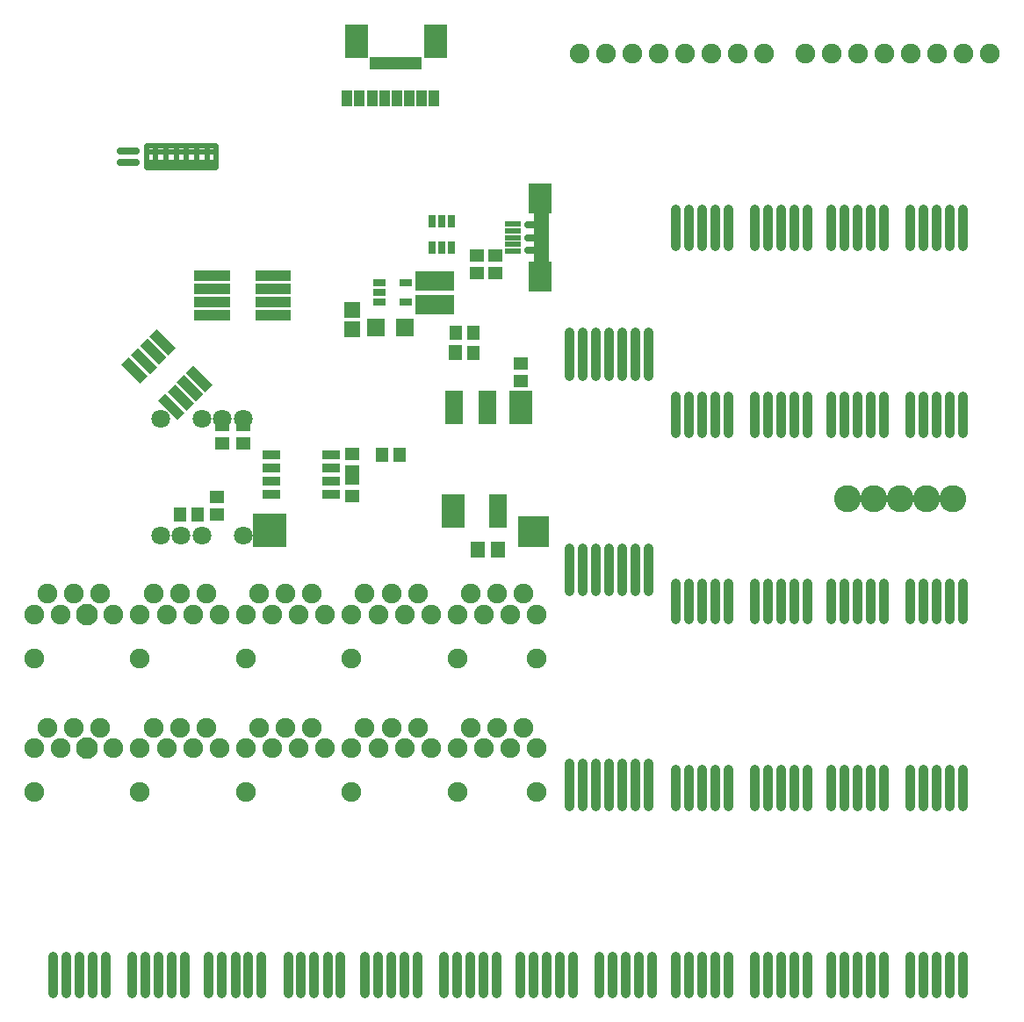
<source format=gbr>
%FSLAX34Y34*%
%MOMM*%
%LNSOLDERMASK_BOTTOM*%
G71*
G01*
%ADD10C, 1.900*%
%ADD11C, 2.100*%
%ADD12R, 1.190X0.800*%
%ADD13R, 3.700X1.900*%
%ADD14R, 1.800X1.800*%
%ADD15R, 1.600X1.500*%
%ADD16R, 1.800X0.870*%
%ADD17R, 1.400X1.300*%
%ADD18R, 1.300X1.400*%
%ADD19R, 1.550X0.600*%
%ADD20R, 2.200X2.950*%
%ADD21C, 1.450*%
%ADD22C, 0.700*%
%ADD23R, 2.600X1.000*%
%ADD24R, 0.500X1.200*%
%ADD25R, 3.500X1.000*%
%ADD26R, 2.500X1.000*%
%ADD27C, 0.950*%
%ADD28R, 0.800X1.190*%
%ADD29R, 1.700X3.200*%
%ADD30R, 2.200X3.200*%
%ADD31R, 1.000X1.600*%
%ADD32C, 0.500*%
%ADD33C, 1.800*%
%ADD34R, 1.400X1.500*%
%ADD35C, 2.600*%
%LPD*%
X33190Y351579D02*
G54D10*
D03*
X135190Y351579D02*
G54D10*
D03*
X237190Y351579D02*
G54D10*
D03*
X339190Y351579D02*
G54D10*
D03*
X441190Y351579D02*
G54D10*
D03*
X517690Y351579D02*
G54D10*
D03*
X33190Y393856D02*
G54D10*
D03*
X58690Y393854D02*
G54D10*
D03*
X84191Y393856D02*
G54D11*
D03*
X109690Y393854D02*
G54D10*
D03*
X135190Y393854D02*
G54D10*
D03*
X160690Y393854D02*
G54D10*
D03*
X186190Y393854D02*
G54D10*
D03*
X211690Y393854D02*
G54D10*
D03*
X237190Y393854D02*
G54D10*
D03*
X262690Y393854D02*
G54D10*
D03*
X288190Y393854D02*
G54D10*
D03*
X313690Y393854D02*
G54D10*
D03*
X339190Y393854D02*
G54D10*
D03*
X364690Y393854D02*
G54D10*
D03*
X390190Y393854D02*
G54D10*
D03*
X415690Y393854D02*
G54D10*
D03*
X441190Y393854D02*
G54D10*
D03*
X466690Y393854D02*
G54D10*
D03*
X492190Y393854D02*
G54D10*
D03*
X517690Y393854D02*
G54D10*
D03*
X45940Y413856D02*
G54D10*
D03*
X71440Y413856D02*
G54D10*
D03*
X96940Y413854D02*
G54D10*
D03*
X147940Y413854D02*
G54D10*
D03*
X173440Y413854D02*
G54D10*
D03*
X198940Y413854D02*
G54D10*
D03*
X249940Y413854D02*
G54D10*
D03*
X275440Y413854D02*
G54D10*
D03*
X300940Y413854D02*
G54D10*
D03*
X351940Y413854D02*
G54D10*
D03*
X377440Y413854D02*
G54D10*
D03*
X402940Y413854D02*
G54D10*
D03*
X453940Y413854D02*
G54D10*
D03*
X479440Y413854D02*
G54D10*
D03*
X504940Y413854D02*
G54D10*
D03*
X365532Y695130D02*
G54D12*
D03*
X365534Y704535D02*
G54D12*
D03*
X365532Y714130D02*
G54D12*
D03*
X391431Y714130D02*
G54D12*
D03*
X391432Y695130D02*
G54D12*
D03*
X419603Y692662D02*
G54D13*
D03*
X419603Y715662D02*
G54D13*
D03*
X390671Y670333D02*
G54D14*
D03*
X362671Y670333D02*
G54D14*
D03*
X339758Y668825D02*
G54D15*
D03*
X339760Y687830D02*
G54D15*
D03*
G36*
X499734Y458877D02*
X499734Y488877D01*
X529734Y488877D01*
X529734Y458877D01*
X499734Y458877D01*
G37*
G36*
X275900Y490829D02*
X275900Y458829D01*
X243900Y458829D01*
X243900Y490829D01*
X275900Y490829D01*
G37*
X318988Y548173D02*
G54D16*
D03*
X318988Y535473D02*
G54D16*
D03*
X318988Y522772D02*
G54D16*
D03*
X318987Y510072D02*
G54D16*
D03*
X261988Y510072D02*
G54D16*
D03*
X261988Y522772D02*
G54D16*
D03*
X261988Y535472D02*
G54D16*
D03*
X261988Y548172D02*
G54D16*
D03*
X339456Y524757D02*
G54D17*
D03*
X339456Y507757D02*
G54D17*
D03*
X339456Y548901D02*
G54D17*
D03*
X339456Y531901D02*
G54D17*
D03*
X368575Y547450D02*
G54D18*
D03*
X385575Y547450D02*
G54D18*
D03*
G36*
X117213Y635124D02*
X124285Y642195D01*
X142668Y623809D01*
X135597Y616738D01*
X117213Y635124D01*
G37*
G36*
X126193Y644104D02*
X133265Y651175D01*
X151649Y632790D01*
X144577Y625719D01*
X126193Y644104D01*
G37*
G36*
X135174Y653086D02*
X142246Y660156D01*
X160628Y641769D01*
X153556Y634699D01*
X135174Y653086D01*
G37*
G36*
X144153Y662064D02*
X151224Y669135D01*
X169610Y650751D01*
X162539Y643680D01*
X144153Y662064D01*
G37*
G36*
X179509Y626709D02*
X186580Y633780D01*
X204965Y615395D01*
X197894Y608324D01*
X179509Y626709D01*
G37*
G36*
X170528Y617728D02*
X177599Y624799D01*
X195985Y606416D01*
X188914Y599344D01*
X170528Y617728D01*
G37*
G36*
X161548Y608748D02*
X168619Y615819D01*
X187005Y597435D01*
X179934Y590364D01*
X161548Y608748D01*
G37*
G36*
X152568Y599768D02*
X159640Y606839D01*
X178024Y588454D01*
X170953Y581383D01*
X152568Y599768D01*
G37*
X208894Y489969D02*
G54D17*
D03*
X208898Y506971D02*
G54D17*
D03*
X494671Y770338D02*
G54D19*
D03*
X494671Y763838D02*
G54D19*
D03*
X494671Y757338D02*
G54D19*
D03*
X494671Y750838D02*
G54D19*
D03*
X494671Y744338D02*
G54D19*
D03*
X521024Y719838D02*
G54D20*
D03*
X521024Y794838D02*
G54D20*
D03*
G54D21*
X521421Y794838D02*
X521421Y719838D01*
X477594Y723322D02*
G54D17*
D03*
X477594Y740322D02*
G54D17*
D03*
X459735Y723322D02*
G54D17*
D03*
X459735Y740322D02*
G54D17*
D03*
G54D22*
X131312Y829457D02*
X116340Y829456D01*
G54D22*
X131316Y840566D02*
X116344Y840566D01*
X173835Y490537D02*
G54D18*
D03*
X190837Y490534D02*
G54D18*
D03*
X258903Y720638D02*
G54D23*
D03*
X258903Y707938D02*
G54D23*
D03*
X258903Y695238D02*
G54D23*
D03*
X258903Y682538D02*
G54D23*
D03*
X208902Y682538D02*
G54D23*
D03*
X208903Y695238D02*
G54D23*
D03*
X208903Y707938D02*
G54D23*
D03*
X208903Y720638D02*
G54D23*
D03*
X214778Y559234D02*
G54D17*
D03*
X214781Y576236D02*
G54D17*
D03*
X234778Y559234D02*
G54D17*
D03*
X234781Y576236D02*
G54D17*
D03*
G36*
X432829Y653374D02*
X445829Y653374D01*
X445829Y639374D01*
X432829Y639374D01*
X432829Y653374D01*
G37*
X456329Y646374D02*
G54D18*
D03*
X359350Y925787D02*
G54D24*
D03*
X364350Y925787D02*
G54D24*
D03*
X369350Y925787D02*
G54D24*
D03*
X374350Y925787D02*
G54D24*
D03*
X379350Y925787D02*
G54D24*
D03*
X384350Y925787D02*
G54D24*
D03*
X389350Y925787D02*
G54D24*
D03*
X394350Y925787D02*
G54D24*
D03*
X263665Y720638D02*
G54D25*
D03*
X208903Y720638D02*
G54D26*
D03*
X263665Y707938D02*
G54D25*
D03*
X263665Y695238D02*
G54D25*
D03*
X263665Y682538D02*
G54D25*
D03*
X204140Y682538D02*
G54D25*
D03*
X204140Y695238D02*
G54D25*
D03*
X204140Y707938D02*
G54D25*
D03*
X204140Y720638D02*
G54D25*
D03*
X33190Y222580D02*
G54D10*
D03*
X135190Y222580D02*
G54D10*
D03*
X237190Y222580D02*
G54D10*
D03*
X339190Y222580D02*
G54D10*
D03*
X441190Y222579D02*
G54D10*
D03*
X517690Y222580D02*
G54D10*
D03*
X33190Y264856D02*
G54D10*
D03*
X58690Y264854D02*
G54D10*
D03*
X84191Y264856D02*
G54D11*
D03*
X109690Y264854D02*
G54D10*
D03*
X135190Y264854D02*
G54D10*
D03*
X160690Y264854D02*
G54D10*
D03*
X186190Y264854D02*
G54D10*
D03*
X211690Y264854D02*
G54D10*
D03*
X237190Y264854D02*
G54D10*
D03*
X262690Y264854D02*
G54D10*
D03*
X288190Y264854D02*
G54D10*
D03*
X313690Y264854D02*
G54D10*
D03*
X339190Y264854D02*
G54D10*
D03*
X364690Y264854D02*
G54D10*
D03*
X390190Y264854D02*
G54D10*
D03*
X415690Y264854D02*
G54D10*
D03*
X441190Y264854D02*
G54D10*
D03*
X466690Y264854D02*
G54D10*
D03*
X492190Y264854D02*
G54D10*
D03*
X517690Y264854D02*
G54D10*
D03*
X45940Y284856D02*
G54D10*
D03*
X71440Y284856D02*
G54D10*
D03*
X96940Y284854D02*
G54D10*
D03*
X147940Y284854D02*
G54D10*
D03*
X173440Y284854D02*
G54D10*
D03*
X198940Y284854D02*
G54D10*
D03*
X249940Y284854D02*
G54D10*
D03*
X275440Y284854D02*
G54D10*
D03*
X300940Y284854D02*
G54D10*
D03*
X351940Y284854D02*
G54D10*
D03*
X377440Y284854D02*
G54D10*
D03*
X402940Y284854D02*
G54D10*
D03*
X453940Y284854D02*
G54D10*
D03*
X479440Y284854D02*
G54D10*
D03*
X504940Y284854D02*
G54D10*
D03*
G54D27*
X165628Y64477D02*
X165627Y29077D01*
G54D27*
X152827Y64477D02*
X152827Y29077D01*
G54D27*
X140127Y64477D02*
X140127Y29077D01*
G54D27*
X127527Y64477D02*
X127527Y29077D01*
G54D27*
X102027Y64477D02*
X102027Y29077D01*
G54D27*
X178227Y64477D02*
X178227Y29077D01*
G54D27*
X89327Y64477D02*
X89327Y29077D01*
G54D27*
X76727Y64477D02*
X76727Y29077D01*
G54D27*
X63927Y64477D02*
X63927Y29077D01*
G54D27*
X51227Y64477D02*
X51227Y29077D01*
G54D27*
X315628Y64477D02*
X315627Y29077D01*
G54D27*
X302827Y64477D02*
X302827Y29077D01*
G54D27*
X290127Y64477D02*
X290127Y29077D01*
G54D27*
X277527Y64477D02*
X277527Y29077D01*
G54D27*
X252027Y64477D02*
X252027Y29077D01*
G54D27*
X328227Y64477D02*
X328227Y29077D01*
G54D27*
X239327Y64477D02*
X239327Y29077D01*
G54D27*
X226727Y64477D02*
X226727Y29077D01*
G54D27*
X213927Y64477D02*
X213927Y29077D01*
G54D27*
X201227Y64477D02*
X201227Y29077D01*
G54D27*
X465628Y64477D02*
X465627Y29077D01*
G54D27*
X452827Y64477D02*
X452827Y29077D01*
G54D27*
X440127Y64477D02*
X440127Y29077D01*
G54D27*
X427527Y64477D02*
X427527Y29077D01*
G54D27*
X402027Y64477D02*
X402027Y29077D01*
G54D27*
X478227Y64477D02*
X478227Y29077D01*
G54D27*
X389327Y64477D02*
X389327Y29077D01*
G54D27*
X376727Y64477D02*
X376727Y29077D01*
G54D27*
X363927Y64477D02*
X363927Y29077D01*
G54D27*
X351227Y64477D02*
X351227Y29077D01*
G54D27*
X615628Y64477D02*
X615628Y29077D01*
G54D27*
X602828Y64477D02*
X602828Y29077D01*
G54D27*
X590128Y64477D02*
X590128Y29077D01*
G54D27*
X577528Y64477D02*
X577528Y29077D01*
G54D27*
X552028Y64477D02*
X552028Y29077D01*
G54D27*
X628228Y64477D02*
X628228Y29077D01*
G54D27*
X539328Y64477D02*
X539328Y29077D01*
G54D27*
X526728Y64477D02*
X526728Y29077D01*
G54D27*
X513928Y64477D02*
X513928Y29077D01*
G54D27*
X501228Y64477D02*
X501228Y29077D01*
G54D27*
X765628Y64477D02*
X765627Y29077D01*
G54D27*
X752827Y64477D02*
X752827Y29077D01*
G54D27*
X740127Y64477D02*
X740127Y29077D01*
G54D27*
X727527Y64477D02*
X727527Y29077D01*
G54D27*
X702027Y64477D02*
X702027Y29077D01*
G54D27*
X778227Y64477D02*
X778227Y29077D01*
G54D27*
X689327Y64477D02*
X689327Y29077D01*
G54D27*
X676727Y64477D02*
X676727Y29077D01*
G54D27*
X663927Y64477D02*
X663927Y29077D01*
G54D27*
X651227Y64477D02*
X651227Y29077D01*
G54D27*
X915628Y64477D02*
X915628Y29077D01*
G54D27*
X902828Y64477D02*
X902828Y29077D01*
G54D27*
X890128Y64477D02*
X890128Y29077D01*
G54D27*
X877528Y64477D02*
X877528Y29077D01*
G54D27*
X852028Y64477D02*
X852028Y29077D01*
G54D27*
X928228Y64477D02*
X928228Y29077D01*
G54D27*
X839328Y64477D02*
X839328Y29077D01*
G54D27*
X826728Y64477D02*
X826728Y29077D01*
G54D27*
X813928Y64477D02*
X813928Y29077D01*
G54D27*
X801228Y64477D02*
X801228Y29077D01*
G54D27*
X915628Y244477D02*
X915627Y209077D01*
G54D27*
X902827Y244477D02*
X902827Y209077D01*
G54D27*
X890127Y244477D02*
X890127Y209077D01*
G54D27*
X877527Y244477D02*
X877527Y209077D01*
G54D27*
X852027Y244477D02*
X852027Y209077D01*
G54D27*
X928227Y244477D02*
X928227Y209077D01*
G54D27*
X839327Y244477D02*
X839327Y209077D01*
G54D27*
X826727Y244477D02*
X826727Y209077D01*
G54D27*
X813927Y244477D02*
X813927Y209077D01*
G54D27*
X801227Y244477D02*
X801227Y209077D01*
G54D27*
X765628Y244477D02*
X765627Y209077D01*
G54D27*
X752827Y244477D02*
X752827Y209077D01*
G54D27*
X740127Y244477D02*
X740127Y209077D01*
G54D27*
X727527Y244477D02*
X727527Y209077D01*
G54D27*
X702027Y244477D02*
X702027Y209077D01*
G54D27*
X778227Y244477D02*
X778227Y209077D01*
G54D27*
X689327Y244477D02*
X689327Y209077D01*
G54D27*
X676727Y244477D02*
X676727Y209077D01*
G54D27*
X663927Y244477D02*
X663927Y209077D01*
G54D27*
X651227Y244477D02*
X651227Y209077D01*
G54D27*
X765628Y424477D02*
X765627Y389077D01*
G54D27*
X752827Y424477D02*
X752827Y389077D01*
G54D27*
X740127Y424477D02*
X740127Y389077D01*
G54D27*
X727527Y424477D02*
X727527Y389077D01*
G54D27*
X702027Y424477D02*
X702027Y389077D01*
G54D27*
X778227Y424477D02*
X778227Y389077D01*
G54D27*
X689327Y424477D02*
X689327Y389077D01*
G54D27*
X676727Y424477D02*
X676727Y389077D01*
G54D27*
X663927Y424477D02*
X663927Y389077D01*
G54D27*
X651227Y424477D02*
X651227Y389077D01*
G54D27*
X915628Y604477D02*
X915627Y569077D01*
G54D27*
X902827Y604477D02*
X902827Y569077D01*
G54D27*
X890127Y604477D02*
X890127Y569077D01*
G54D27*
X877527Y604477D02*
X877527Y569077D01*
G54D27*
X852027Y604477D02*
X852027Y569077D01*
G54D27*
X928227Y604477D02*
X928227Y569077D01*
G54D27*
X839327Y604477D02*
X839327Y569077D01*
G54D27*
X826727Y604477D02*
X826727Y569077D01*
G54D27*
X813927Y604477D02*
X813927Y569077D01*
G54D27*
X801227Y604477D02*
X801227Y569077D01*
G54D27*
X765628Y604477D02*
X765627Y569077D01*
G54D27*
X752827Y604477D02*
X752827Y569077D01*
G54D27*
X740127Y604477D02*
X740127Y569077D01*
G54D27*
X727527Y604477D02*
X727527Y569077D01*
G54D27*
X702027Y604477D02*
X702027Y569077D01*
G54D27*
X778227Y604477D02*
X778227Y569077D01*
G54D27*
X689327Y604477D02*
X689327Y569077D01*
G54D27*
X676727Y604477D02*
X676727Y569077D01*
G54D27*
X663927Y604477D02*
X663927Y569077D01*
G54D27*
X651227Y604477D02*
X651227Y569077D01*
G54D27*
X612480Y250652D02*
X612480Y208902D01*
G54D27*
X599680Y250652D02*
X599680Y208902D01*
G54D27*
X586980Y250652D02*
X586980Y208902D01*
G54D27*
X574380Y250652D02*
X574380Y208902D01*
G54D27*
X561580Y250652D02*
X561580Y208902D01*
G54D27*
X548880Y250652D02*
X548880Y208902D01*
G54D27*
X625080Y250652D02*
X625080Y208902D01*
G54D27*
X915628Y784477D02*
X915627Y749077D01*
G54D27*
X902827Y784477D02*
X902827Y749077D01*
G54D27*
X890127Y784477D02*
X890127Y749077D01*
G54D27*
X877527Y784477D02*
X877527Y749077D01*
G54D27*
X852027Y784477D02*
X852027Y749077D01*
G54D27*
X928227Y784477D02*
X928227Y749077D01*
G54D27*
X839327Y784477D02*
X839327Y749077D01*
G54D27*
X826727Y784477D02*
X826727Y749077D01*
G54D27*
X813927Y784477D02*
X813927Y749077D01*
G54D27*
X801227Y784477D02*
X801227Y749077D01*
G54D27*
X765628Y784477D02*
X765628Y749077D01*
G54D27*
X752828Y784477D02*
X752828Y749077D01*
G54D27*
X740128Y784477D02*
X740128Y749077D01*
G54D27*
X727528Y784477D02*
X727528Y749077D01*
G54D27*
X702028Y784477D02*
X702028Y749077D01*
G54D27*
X778228Y784477D02*
X778228Y749077D01*
G54D27*
X689328Y784477D02*
X689328Y749077D01*
G54D27*
X676728Y784477D02*
X676728Y749077D01*
G54D27*
X663928Y784477D02*
X663928Y749077D01*
G54D27*
X651228Y784477D02*
X651228Y749077D01*
X435637Y773416D02*
G54D28*
D03*
X426232Y773414D02*
G54D28*
D03*
X416637Y773416D02*
G54D28*
D03*
X416637Y747517D02*
G54D28*
D03*
X435638Y747516D02*
G54D28*
D03*
X426232Y747514D02*
G54D28*
D03*
G54D27*
X612480Y458298D02*
X612480Y416548D01*
G54D27*
X599680Y458297D02*
X599680Y416547D01*
G54D27*
X586980Y458297D02*
X586980Y416547D01*
G54D27*
X574380Y458297D02*
X574380Y416547D01*
G54D27*
X561580Y458297D02*
X561580Y416548D01*
G54D27*
X548880Y458297D02*
X548880Y416548D01*
G54D27*
X625080Y458298D02*
X625080Y416547D01*
X480246Y493438D02*
G54D29*
D03*
X437040Y493438D02*
G54D30*
D03*
X502246Y593438D02*
G54D30*
D03*
X470246Y593438D02*
G54D29*
D03*
X438230Y593438D02*
G54D29*
D03*
X502246Y618838D02*
G54D17*
D03*
X502246Y635838D02*
G54D17*
D03*
X334850Y891359D02*
G54D31*
D03*
X439329Y665424D02*
G54D18*
D03*
X456329Y665424D02*
G54D18*
D03*
X418850Y891359D02*
G54D31*
D03*
X406850Y891359D02*
G54D31*
D03*
X394850Y891359D02*
G54D31*
D03*
X382850Y891359D02*
G54D31*
D03*
X370850Y891359D02*
G54D31*
D03*
X358850Y891359D02*
G54D31*
D03*
X346850Y891359D02*
G54D31*
D03*
G54D32*
X150000Y824439D02*
X150000Y845583D01*
X160000Y824439D02*
X160000Y845583D01*
X170000Y824439D02*
X170000Y845583D01*
X180000Y824439D02*
X180000Y845583D01*
X190000Y824439D02*
X190000Y845583D01*
X200000Y824439D02*
X200000Y845583D01*
X141490Y830000D02*
X208883Y830000D01*
X141492Y840000D02*
X208885Y840000D01*
G54D32*
X141493Y845583D02*
X141489Y824439D01*
X208882Y824439D01*
X208886Y845583D01*
X141493Y845583D01*
G54D27*
X612480Y665942D02*
X612480Y624192D01*
G54D27*
X599680Y665942D02*
X599680Y624192D01*
G54D27*
X586980Y665942D02*
X586980Y624192D01*
G54D27*
X574380Y665942D02*
X574380Y624192D01*
G54D27*
X561580Y665942D02*
X561580Y624192D01*
G54D27*
X548880Y665942D02*
X548880Y624192D01*
G54D27*
X625080Y665942D02*
X625080Y624192D01*
X154781Y582586D02*
G54D33*
D03*
X194781Y582586D02*
G54D33*
D03*
X214781Y582586D02*
G54D33*
D03*
X234781Y582586D02*
G54D33*
D03*
X154782Y469749D02*
G54D33*
D03*
X174782Y469749D02*
G54D33*
D03*
X194782Y469749D02*
G54D33*
D03*
X234782Y469749D02*
G54D33*
D03*
X460405Y456482D02*
G54D34*
D03*
X480246Y456639D02*
G54D34*
D03*
G54D27*
X915628Y424477D02*
X915627Y389077D01*
G54D27*
X902827Y424477D02*
X902827Y389077D01*
G54D27*
X890127Y424477D02*
X890127Y389077D01*
G54D27*
X877527Y424477D02*
X877527Y389077D01*
G54D27*
X852027Y424477D02*
X852027Y389077D01*
G54D27*
X928227Y424477D02*
X928227Y389077D01*
G54D27*
X839327Y424477D02*
X839327Y389077D01*
G54D27*
X826727Y424477D02*
X826727Y389077D01*
G54D27*
X813927Y424477D02*
X813927Y389077D01*
G54D27*
X801227Y424477D02*
X801227Y389077D01*
X817088Y505732D02*
G54D35*
D03*
X842488Y505732D02*
G54D35*
D03*
X867888Y505732D02*
G54D35*
D03*
X893288Y505732D02*
G54D35*
D03*
X918688Y505732D02*
G54D35*
D03*
X558590Y934465D02*
G54D10*
D03*
X583990Y934465D02*
G54D10*
D03*
X609390Y934465D02*
G54D10*
D03*
X634790Y934465D02*
G54D10*
D03*
X660190Y934465D02*
G54D10*
D03*
X685590Y934465D02*
G54D10*
D03*
X710990Y934465D02*
G54D10*
D03*
X736390Y934465D02*
G54D10*
D03*
X776390Y934465D02*
G54D10*
D03*
X801790Y934465D02*
G54D10*
D03*
X827190Y934465D02*
G54D10*
D03*
X852590Y934465D02*
G54D10*
D03*
X877990Y934465D02*
G54D10*
D03*
X903390Y934465D02*
G54D10*
D03*
X928790Y934465D02*
G54D10*
D03*
X954190Y934465D02*
G54D10*
D03*
G54D22*
X521024Y757338D02*
X508708Y757338D01*
G54D22*
X521024Y769838D02*
X508708Y769838D01*
G54D22*
X521024Y744838D02*
X508708Y744838D01*
X399350Y925787D02*
G54D24*
D03*
X404350Y925787D02*
G54D24*
D03*
X419751Y946821D02*
G54D30*
D03*
X343950Y946821D02*
G54D30*
D03*
M02*

</source>
